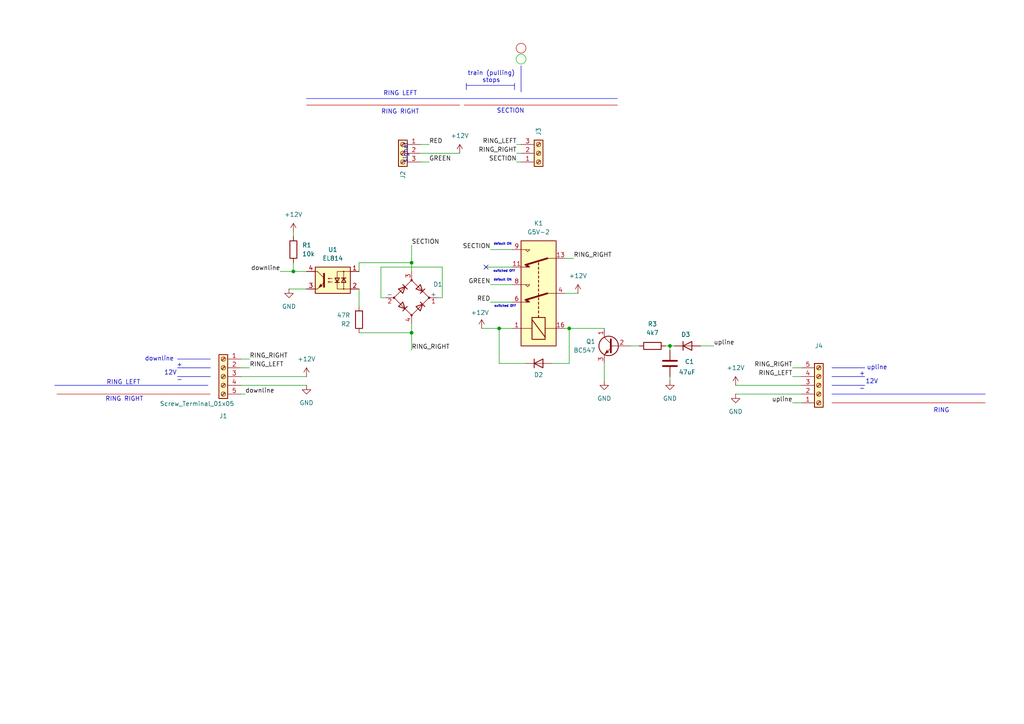
<source format=kicad_sch>
(kicad_sch (version 20231120) (generator "eeschema") (generator_version "8.0")
  (paper "A4")
  (lib_symbols
    (symbol "Connector:Screw_Terminal_01x03" (pin_names (offset 1.016) hide)
      (property "Reference" "J" (at 0 5.08 0))
      (property "Value" "Screw_Terminal_01x03" (at 0 -5.08 0))
      (symbol "Screw_Terminal_01x03_1_1"
        (rectangle (start -1.27 3.81) (end 1.27 -3.81) (stroke (width 0.254)) (fill (type background)))
        (circle (center 0 -2.54) (radius 0.635) (stroke (width 0.1524)))
        (polyline (pts (xy -0.5334 -2.2098) (xy 0.3302 -3.048)) (stroke (width 0.1524)))
        (polyline (pts (xy -0.5334 0.3302) (xy 0.3302 -0.508)) (stroke (width 0.1524)))
        (polyline (pts (xy -0.5334 2.8702) (xy 0.3302 2.032)) (stroke (width 0.1524)))
        (polyline (pts (xy -0.3556 -2.032) (xy 0.508 -2.8702)) (stroke (width 0.1524)))
        (polyline (pts (xy -0.3556 0.508) (xy 0.508 -0.3302)) (stroke (width 0.1524)))
        (polyline (pts (xy -0.3556 3.048) (xy 0.508 2.2098)) (stroke (width 0.1524)))
        (circle (center 0 0) (radius 0.635) (stroke (width 0.1524)))
        (circle (center 0 2.54) (radius 0.635) (stroke (width 0.1524)))
        (pin passive line (at -5.08 2.54 0) (length 3.81) (name "Pin_1") (number "1"))
        (pin passive line (at -5.08 0 0) (length 3.81) (name "Pin_2") (number "2"))
        (pin passive line (at -5.08 -2.54 0) (length 3.81) (name "Pin_3") (number "3"))
      )
    )
    (symbol "Connector:Screw_Terminal_01x05" (pin_names (offset 1.016) hide)
      (property "Reference" "J" (at 0 7.62 0))
      (property "Value" "Screw_Terminal_01x05" (at 0 -7.62 0))
      (symbol "Screw_Terminal_01x05_1_1"
        (rectangle (start -1.27 6.35) (end 1.27 -6.35) (stroke (width 0.254)) (fill (type background)))
        (circle (center 0 -5.08) (radius 0.635) (stroke (width 0.1524)))
        (circle (center 0 -2.54) (radius 0.635) (stroke (width 0.1524)))
        (polyline (pts (xy -0.5334 -4.7498) (xy 0.3302 -5.588)) (stroke (width 0.1524)))
        (polyline (pts (xy -0.5334 -2.2098) (xy 0.3302 -3.048)) (stroke (width 0.1524)))
        (polyline (pts (xy -0.5334 0.3302) (xy 0.3302 -0.508)) (stroke (width 0.1524)))
        (polyline (pts (xy -0.5334 2.8702) (xy 0.3302 2.032)) (stroke (width 0.1524)))
        (polyline (pts (xy -0.5334 5.4102) (xy 0.3302 4.572)) (stroke (width 0.1524)))
        (polyline (pts (xy -0.3556 -4.572) (xy 0.508 -5.4102)) (stroke (width 0.1524)))
        (polyline (pts (xy -0.3556 -2.032) (xy 0.508 -2.8702)) (stroke (width 0.1524)))
        (polyline (pts (xy -0.3556 0.508) (xy 0.508 -0.3302)) (stroke (width 0.1524)))
        (polyline (pts (xy -0.3556 3.048) (xy 0.508 2.2098)) (stroke (width 0.1524)))
        (polyline (pts (xy -0.3556 5.588) (xy 0.508 4.7498)) (stroke (width 0.1524)))
        (circle (center 0 0) (radius 0.635) (stroke (width 0.1524)))
        (circle (center 0 2.54) (radius 0.635) (stroke (width 0.1524)))
        (circle (center 0 5.08) (radius 0.635) (stroke (width 0.1524)))
        (pin passive line (at -5.08 5.08 0) (length 3.81) (name "Pin_1") (number "1"))
        (pin passive line (at -5.08 2.54 0) (length 3.81) (name "Pin_2") (number "2"))
        (pin passive line (at -5.08 0 0) (length 3.81) (name "Pin_3") (number "3"))
        (pin passive line (at -5.08 -2.54 0) (length 3.81) (name "Pin_4") (number "4"))
        (pin passive line (at -5.08 -5.08 0) (length 3.81) (name "Pin_5") (number "5"))
      )
    )
    (symbol "Device:C" (pin_numbers hide) (pin_names (offset 0.254))
      (property "Reference" "C" (at 0.635 2.54 0))
      (property "Value" "C" (at 0.635 -2.54 0))
      (symbol "C_0_1"
        (polyline (pts (xy -2.032 -0.762) (xy 2.032 -0.762)) (stroke (width 0.508)))
        (polyline (pts (xy -2.032 0.762) (xy 2.032 0.762)) (stroke (width 0.508)))
      )
      (symbol "C_1_1"
        (pin passive line (at 0 3.81 270) (length 2.794) (name "~") (number "1"))
        (pin passive line (at 0 -3.81 90) (length 2.794) (name "~") (number "2"))
      )
    )
    (symbol "Device:D" (pin_numbers hide) (pin_names (offset 1.016) hide)
      (property "Reference" "D" (at 0 2.54 0))
      (property "Value" "D" (at 0 -2.54 0))
      (symbol "D_0_1"
        (polyline (pts (xy -1.27 1.27) (xy -1.27 -1.27)) (stroke (width 0.254)))
        (polyline (pts (xy 1.27 0) (xy -1.27 0)))
        (polyline (pts (xy 1.27 1.27) (xy 1.27 -1.27) (xy -1.27 0) (xy 1.27 1.27)) (stroke (width 0.254)))
      )
      (symbol "D_1_1"
        (pin passive line (at -3.81 0 0) (length 2.54) (name "K") (number "1"))
        (pin passive line (at 3.81 0 180) (length 2.54) (name "A") (number "2"))
      )
    )
    (symbol "Device:D_Bridge_+-AA" (pin_names (offset 0))
      (property "Reference" "D" (at 2.54 6.985 0))
      (property "Value" "D_Bridge_+-AA" (at 2.54 5.08 0))
      (symbol "D_Bridge_+-AA_0_1"
        (circle (center -5.08 0) (radius 0.254) (fill (type outline)))
        (circle (center 0 -5.08) (radius 0.254) (fill (type outline)))
        (polyline (pts (xy -2.54 3.81) (xy -1.27 2.54)) (stroke (width 0.254)))
        (polyline (pts (xy -1.27 -2.54) (xy -2.54 -3.81)) (stroke (width 0.254)))
        (polyline (pts (xy 2.54 -1.27) (xy 3.81 -2.54)) (stroke (width 0.254)))
        (polyline (pts (xy 2.54 1.27) (xy 3.81 2.54)) (stroke (width 0.254)))
        (polyline (pts (xy -3.81 2.54) (xy -2.54 1.27) (xy -1.905 3.175) (xy -3.81 2.54)) (stroke (width 0.254)))
        (polyline (pts (xy -2.54 -1.27) (xy -3.81 -2.54) (xy -1.905 -3.175) (xy -2.54 -1.27)) (stroke (width 0.254)))
        (polyline (pts (xy 1.27 2.54) (xy 2.54 3.81) (xy 3.175 1.905) (xy 1.27 2.54)) (stroke (width 0.254)))
        (polyline (pts (xy 3.175 -1.905) (xy 1.27 -2.54) (xy 2.54 -3.81) (xy 3.175 -1.905)) (stroke (width 0.254)))
        (polyline (pts (xy -5.08 0) (xy 0 -5.08) (xy 5.08 0) (xy 0 5.08) (xy -5.08 0)))
        (circle (center 0 5.08) (radius 0.254) (fill (type outline)))
        (circle (center 5.08 0) (radius 0.254) (fill (type outline)))
      )
      (symbol "D_Bridge_+-AA_1_1"
        (pin passive line (at 7.62 0 180) (length 2.54) (name "+") (number "1"))
        (pin passive line (at -7.62 0 0) (length 2.54) (name "-") (number "2"))
        (pin passive line (at 0 7.62 270) (length 2.54) (name "~") (number "3"))
        (pin passive line (at 0 -7.62 90) (length 2.54) (name "~") (number "4"))
      )
    )
    (symbol "Device:R" (pin_numbers hide) (pin_names (offset 0))
      (property "Reference" "R" (at 2.032 0 90))
      (property "Value" "R" (at 0 0 90))
      (symbol "R_0_1"
        (rectangle (start -1.016 -2.54) (end 1.016 2.54) (stroke (width 0.254)))
      )
      (symbol "R_1_1"
        (pin passive line (at 0 3.81 270) (length 1.27) (name "~") (number "1"))
        (pin passive line (at 0 -3.81 90) (length 1.27) (name "~") (number "2"))
      )
    )
    (symbol "Isolator:EL814" (pin_names (offset 1.016))
      (property "Reference" "U" (at -5.334 4.826 0))
      (property "Value" "EL814" (at 0 5.08 0))
      (symbol "EL814_0_1"
        (rectangle (start -5.08 3.81) (end 5.08 -3.81) (stroke (width 0.254)) (fill (type background)))
        (circle (center -3.175 -2.54) (radius 0.127))
        (circle (center -3.175 2.54) (radius 0.127))
        (polyline (pts (xy -3.81 0.635) (xy -2.54 0.635)) (stroke (width 0.254)))
        (polyline (pts (xy -3.175 -0.635) (xy -3.175 -2.54)))
        (polyline (pts (xy -3.175 0.635) (xy -3.175 -0.635)))
        (polyline (pts (xy -3.175 0.635) (xy -3.175 2.54)))
        (polyline (pts (xy -1.905 -0.635) (xy -0.635 -0.635)) (stroke (width 0.254)))
        (polyline (pts (xy -1.27 0.635) (xy -1.27 -0.635)))
        (polyline (pts (xy 2.54 0.635) (xy 4.445 2.54)))
        (polyline (pts (xy 4.445 -2.54) (xy 2.54 -0.635)) (fill (type outline)))
        (polyline (pts (xy 4.445 -2.54) (xy 5.08 -2.54)))
        (polyline (pts (xy 4.445 2.54) (xy 5.08 2.54)))
        (polyline (pts (xy -5.08 2.54) (xy -1.27 2.54) (xy -1.27 0.635)))
        (polyline (pts (xy -1.27 -0.635) (xy -1.27 -2.54) (xy -5.08 -2.54)))
        (polyline (pts (xy 2.54 1.905) (xy 2.54 -1.905) (xy 2.54 -1.905)) (stroke (width 0.508)))
        (polyline (pts (xy -3.175 0.635) (xy -3.81 -0.635) (xy -2.54 -0.635) (xy -3.175 0.635)) (stroke (width 0.254)))
        (polyline (pts (xy -1.27 -0.635) (xy -1.905 0.635) (xy -0.635 0.635) (xy -1.27 -0.635)) (stroke (width 0.254)))
        (polyline (pts (xy 0.127 -0.508) (xy 1.397 -0.508) (xy 1.016 -0.635) (xy 1.016 -0.381) (xy 1.397 -0.508)))
        (polyline (pts (xy 0.127 0.508) (xy 1.397 0.508) (xy 1.016 0.381) (xy 1.016 0.635) (xy 1.397 0.508)))
        (polyline (pts (xy 3.048 -1.651) (xy 3.556 -1.143) (xy 4.064 -2.159) (xy 3.048 -1.651) (xy 3.048 -1.651)) (fill (type outline)))
      )
      (symbol "EL814_1_1"
        (pin passive line (at -7.62 2.54 0) (length 2.54) (name "~") (number "1"))
        (pin passive line (at -7.62 -2.54 0) (length 2.54) (name "~") (number "2"))
        (pin passive line (at 7.62 -2.54 180) (length 2.54) (name "~") (number "3"))
        (pin passive line (at 7.62 2.54 180) (length 2.54) (name "~") (number "4"))
      )
    )
    (symbol "Relay:G5V-2"
      (property "Reference" "K" (at 16.51 3.81 0))
      (property "Value" "G5V-2" (at 16.51 1.27 0))
      (symbol "G5V-2_0_1"
        (rectangle (start -15.24 5.08) (end 15.24 -5.08) (stroke (width 0.254)) (fill (type background)))
        (rectangle (start -13.335 1.905) (end -6.985 -1.905) (stroke (width 0.254)))
        (polyline (pts (xy -12.7 -1.905) (xy -7.62 1.905)) (stroke (width 0.254)))
        (polyline (pts (xy -10.16 -5.08) (xy -10.16 -1.905)))
        (polyline (pts (xy -10.16 5.08) (xy -10.16 1.905)))
        (polyline (pts (xy -6.985 0) (xy -6.35 0)) (stroke (width 0.254)))
        (polyline (pts (xy -5.715 0) (xy -5.08 0)) (stroke (width 0.254)))
        (polyline (pts (xy -4.445 0) (xy -3.81 0)) (stroke (width 0.254)))
        (polyline (pts (xy -3.175 0) (xy -2.54 0)) (stroke (width 0.254)))
        (polyline (pts (xy -1.905 0) (xy -1.27 0)) (stroke (width 0.254)))
        (polyline (pts (xy -0.635 0) (xy 0 0)) (stroke (width 0.254)))
        (polyline (pts (xy 0 -2.54) (xy -1.905 3.81)) (stroke (width 0.508)))
        (polyline (pts (xy 0 -2.54) (xy 0 -5.08)))
        (polyline (pts (xy 0.635 0) (xy 1.27 0)) (stroke (width 0.254)))
        (polyline (pts (xy 1.905 0) (xy 2.54 0)) (stroke (width 0.254)))
        (polyline (pts (xy 3.175 0) (xy 3.81 0)) (stroke (width 0.254)))
        (polyline (pts (xy 4.445 0) (xy 5.08 0)) (stroke (width 0.254)))
        (polyline (pts (xy 5.715 0) (xy 6.35 0)) (stroke (width 0.254)))
        (polyline (pts (xy 6.985 0) (xy 7.62 0)) (stroke (width 0.254)))
        (polyline (pts (xy 8.255 0) (xy 8.89 0)) (stroke (width 0.254)))
        (polyline (pts (xy 10.16 -2.54) (xy 8.255 3.81)) (stroke (width 0.508)))
        (polyline (pts (xy 10.16 -2.54) (xy 10.16 -5.08)))
        (polyline (pts (xy -2.54 5.08) (xy -2.54 2.54) (xy -1.905 3.175) (xy -2.54 3.81)) (fill (type outline)))
        (polyline (pts (xy 2.54 5.08) (xy 2.54 2.54) (xy 1.905 3.175) (xy 2.54 3.81)))
        (polyline (pts (xy 7.62 5.08) (xy 7.62 2.54) (xy 8.255 3.175) (xy 7.62 3.81)) (fill (type outline)))
        (polyline (pts (xy 12.7 5.08) (xy 12.7 2.54) (xy 12.065 3.175) (xy 12.7 3.81)))
      )
      (symbol "G5V-2_1_1"
        (pin passive line (at -10.16 7.62 270) (length 2.54) (name "~") (number "1"))
        (pin passive line (at 7.62 7.62 270) (length 2.54) (name "~") (number "11"))
        (pin passive line (at 10.16 -7.62 90) (length 2.54) (name "~") (number "13"))
        (pin passive line (at -10.16 -7.62 90) (length 2.54) (name "~") (number "16"))
        (pin passive line (at 0 -7.62 90) (length 2.54) (name "~") (number "4"))
        (pin passive line (at -2.54 7.62 270) (length 2.54) (name "~") (number "6"))
        (pin passive line (at 2.54 7.62 270) (length 2.54) (name "~") (number "8"))
        (pin passive line (at 12.7 7.62 270) (length 2.54) (name "~") (number "9"))
      )
    )
    (symbol "Transistor_BJT:BC547" (pin_names (offset 0) hide)
      (property "Reference" "Q" (at 5.08 1.905 0))
      (property "Value" "BC547" (at 5.08 0 0))
      (symbol "BC547_0_1"
        (polyline (pts (xy 0 0) (xy 0.635 0)))
        (polyline (pts (xy 0.635 0.635) (xy 2.54 2.54)))
        (polyline (pts (xy 0.635 -0.635) (xy 2.54 -2.54) (xy 2.54 -2.54)))
        (polyline (pts (xy 0.635 1.905) (xy 0.635 -1.905) (xy 0.635 -1.905)) (stroke (width 0.508)))
        (polyline (pts (xy 1.27 -1.778) (xy 1.778 -1.27) (xy 2.286 -2.286) (xy 1.27 -1.778) (xy 1.27 -1.778)) (fill (type outline)))
        (circle (center 1.27 0) (radius 2.8194) (stroke (width 0.254)))
      )
      (symbol "BC547_1_1"
        (pin passive line (at 2.54 5.08 270) (length 2.54) (name "C") (number "1"))
        (pin input line (at -5.08 0 0) (length 5.08) (name "B") (number "2"))
        (pin passive line (at 2.54 -5.08 90) (length 2.54) (name "E") (number "3"))
      )
    )
    (symbol "power:+12V" (power) (pin_numbers hide) (pin_names (offset 0) hide)
      (property "Value" "+12V" (at 0 3.556 0))
      (symbol "+12V_0_1"
        (polyline (pts (xy -0.762 1.27) (xy 0 2.54)))
        (polyline (pts (xy 0 0) (xy 0 2.54)))
        (polyline (pts (xy 0 2.54) (xy 0.762 1.27)))
      )
      (symbol "+12V_1_1"
        (pin power_in line (at 0 0 90) (length 0) (name "~") (number "1"))
      )
    )
    (symbol "power:GND" (power) (pin_numbers hide) (pin_names (offset 0) hide)
      (property "Value" "GND" (at 0 -3.81 0))
      (symbol "GND_0_1"
        (polyline (pts (xy 0 0) (xy 0 -1.27) (xy 1.27 -1.27) (xy 0 -2.54) (xy -1.27 -1.27) (xy 0 -1.27)))
      )
      (symbol "GND_1_1"
        (pin power_in line (at 0 0 270) (length 0) (name "~") (number "1"))
      )
    )
  )
  (junction (at 165.1 95.25))
  (junction (at 144.78 95.25))
  (junction (at 194.31 100.33))
  (junction (at 119.38 96.52))
  (junction (at 85.09 78.74))
  (junction (at 119.38 76.2))
  (no_connect (at 140.97 77.47))
  (wire (pts (xy 104.14 88.9) (xy 104.14 83.82)))
  (wire (pts (xy 110.49 86.36) (xy 110.49 77.47)))
  (polyline (pts (xy 241.3 111.76) (xy 250.825 111.76)))
  (wire (pts (xy 128.27 77.47) (xy 110.49 77.47)))
  (wire (pts (xy 121.92 44.45) (xy 133.35 44.45)))
  (polyline (pts (xy 241.3 116.84) (xy 285.75 116.84)) (stroke (width 0) (color 194 0 0 1)))
  (polyline (pts (xy 134.62 30.48) (xy 179.07 30.48)) (stroke (width 0) (color 194 0 0 1)))
  (wire (pts (xy 128.27 77.47) (xy 128.27 86.36)))
  (polyline (pts (xy 241.3 109.22) (xy 250.825 109.22)))
  (polyline (pts (xy 241.3 106.68) (xy 250.825 106.68)))
  (wire (pts (xy 229.87 106.68) (xy 232.41 106.68)))
  (wire (pts (xy 85.09 76.2) (xy 85.09 78.74)))
  (wire (pts (xy 69.85 104.14) (xy 72.39 104.14)))
  (wire (pts (xy 119.38 96.52) (xy 119.38 101.6)))
  (wire (pts (xy 149.86 46.99) (xy 151.13 46.99)))
  (wire (pts (xy 88.9 109.22) (xy 69.85 109.22)))
  (polyline (pts (xy 135.255 24.765) (xy 149.225 24.765)))
  (wire (pts (xy 165.1 95.25) (xy 165.1 105.41)))
  (wire (pts (xy 140.97 77.47) (xy 148.59 77.47)))
  (wire (pts (xy 119.38 76.2) (xy 104.14 76.2)))
  (polyline (pts (xy 61.0004 106.68) (xy 51.4754 106.68)))
  (wire (pts (xy 69.85 114.3) (xy 71.12 114.3)))
  (wire (pts (xy 160.02 105.41) (xy 165.1 105.41)))
  (wire (pts (xy 104.14 96.52) (xy 119.38 96.52)))
  (wire (pts (xy 83.82 83.82) (xy 88.9 83.82)))
  (wire (pts (xy 213.36 114.3) (xy 232.41 114.3)))
  (wire (pts (xy 119.38 96.52) (xy 119.38 93.98)))
  (wire (pts (xy 149.86 44.45) (xy 151.13 44.45)))
  (wire (pts (xy 229.87 109.22) (xy 232.41 109.22)))
  (polyline (pts (xy 15.875 111.76) (xy 60.325 111.76)) (stroke (width 0) (color 0 0 255 1)))
  (wire (pts (xy 69.85 106.68) (xy 72.39 106.68)))
  (wire (pts (xy 182.88 100.33) (xy 185.42 100.33)))
  (wire (pts (xy 144.78 105.41) (xy 144.78 95.25)))
  (wire (pts (xy 128.27 86.36) (xy 127 86.36)))
  (wire (pts (xy 175.26 105.41) (xy 175.26 110.49)))
  (wire (pts (xy 85.09 78.74) (xy 88.9 78.74)))
  (wire (pts (xy 139.7 95.25) (xy 144.78 95.25)))
  (wire (pts (xy 142.24 72.39) (xy 148.59 72.39)))
  (polyline (pts (xy 151.13 19.05) (xy 151.13 26.67)))
  (wire (pts (xy 163.83 95.25) (xy 165.1 95.25)))
  (polyline (pts (xy 61.0004 104.14) (xy 51.4754 104.14)))
  (wire (pts (xy 88.9 111.76) (xy 69.85 111.76)))
  (wire (pts (xy 213.36 111.76) (xy 232.41 111.76)))
  (wire (pts (xy 111.76 86.36) (xy 110.49 86.36)))
  (wire (pts (xy 144.78 95.25) (xy 148.59 95.25)))
  (polyline (pts (xy 88.9 30.48) (xy 133.35 30.48)) (stroke (width 0) (color 194 0 0 1)))
  (wire (pts (xy 142.24 87.63) (xy 148.59 87.63)))
  (wire (pts (xy 142.24 82.55) (xy 148.59 82.55)))
  (wire (pts (xy 119.38 78.74) (xy 119.38 76.2)))
  (wire (pts (xy 121.92 46.99) (xy 124.46 46.99)))
  (wire (pts (xy 81.28 78.74) (xy 85.09 78.74)))
  (wire (pts (xy 194.31 100.33) (xy 195.58 100.33)))
  (wire (pts (xy 104.14 76.2) (xy 104.14 78.74)))
  (polyline (pts (xy 61.0004 109.22) (xy 51.4754 109.22)))
  (wire (pts (xy 193.04 100.33) (xy 194.31 100.33)))
  (wire (pts (xy 152.4 105.41) (xy 144.78 105.41)))
  (polyline (pts (xy 135.255 24.13) (xy 135.255 26.035)))
  (wire (pts (xy 163.83 85.09) (xy 167.64 85.09)))
  (wire (pts (xy 229.87 116.84) (xy 232.41 116.84)))
  (polyline (pts (xy 149.225 24.13) (xy 149.225 26.035)))
  (wire (pts (xy 149.86 41.91) (xy 151.13 41.91)))
  (wire (pts (xy 119.38 71.12) (xy 119.38 76.2)))
  (wire (pts (xy 163.83 74.93) (xy 166.37 74.93)))
  (polyline (pts (xy 88.9 28.575) (xy 179.07 28.575)) (stroke (width 0) (color 0 0 255 1)))
  (wire (pts (xy 85.09 67.31) (xy 85.09 68.58)))
  (wire (pts (xy 121.92 41.91) (xy 124.46 41.91)))
  (polyline (pts (xy 241.3 114.3) (xy 285.75 114.3)) (stroke (width 0) (color 0 0 255 1)))
  (wire (pts (xy 194.31 110.49) (xy 194.31 109.22)))
  (polyline (pts (xy 16.51 114.3) (xy 60.96 114.3)) (stroke (width 0) (color 194 0 0 1)))
  (wire (pts (xy 194.31 100.33) (xy 194.31 101.6)))
  (wire (pts (xy 165.1 95.25) (xy 175.26 95.25)))
  (wire (pts (xy 203.2 100.33) (xy 207.01 100.33)))
  (circle (center 151.13 17.145) (radius 1.4199) (stroke (width 0) (color 0 194 0 1)))
  (circle (center 151.13 13.97) (radius 1.4199) (stroke (width 0) (color 194 0 0 1)))
  (text "downline" (at 46.228 104.14 0) (effects (font (size 1.27 1.27))))
  (text "12V" (at 252.857 110.744 0) (effects (font (size 1.27 1.27))))
  (text "RING" (at 273.05 119.126 0) (effects (font (size 1.27 1.27))))
  (text "-" (at 250.063 112.776 0) (effects (font (size 1.27 1.27))))
  (text "upline" (at 254.381 106.68 0) (effects (font (size 1.27 1.27))))
  (text "train (pulling)\nstops" (at 142.494 22.352 0) (effects (font (size 1.27 1.27))))
  (text "RING RIGHT" (at 116.078 32.512 0) (effects (font (size 1.27 1.27))))
  (text "+\n" (at 52.07 105.918 0) (effects (font (size 1.27 1.27))))
  (text "default ON\n" (at 145.796 81.28 0) (effects (font (size 0.635 0.635))))
  (text "switched OFF" (at 146.558 88.9 0) (effects (font (size 0.635 0.635))))
  (text "12V" (at 49.4434 108.204 0) (effects (font (size 1.27 1.27))))
  (text "SECTION" (at 148.082 32.258 0) (effects (font (size 1.27 1.27))))
  (text "RING LEFT" (at 35.814 110.998 0) (effects (font (size 1.27 1.27))))
  (text "signal" (at 117.602 44.45 90) (effects (font (size 1.27 1.27))))
  (text "-" (at 52.07 110.236 0) (effects (font (size 1.27 1.27))))
  (text "RING LEFT" (at 116.078 27.178 0) (effects (font (size 1.27 1.27))))
  (text "+\n" (at 250.063 108.458 0) (effects (font (size 1.27 1.27))))
  (text "RING RIGHT" (at 36.068 115.824 0) (effects (font (size 1.27 1.27))))
  (text "default ON\n" (at 145.796 70.866 0) (effects (font (size 0.635 0.635))))
  (text "switched OFF" (at 146.304 78.74 0) (effects (font (size 0.635 0.635))))
  (label "GREEN" (at 142.24 82.55 180))
  (label "RING_RIGHT" (at 119.38 101.6 0))
  (label "RING_RIGHT" (at 229.87 106.68 180))
  (label "RED" (at 142.24 87.63 180))
  (label "RING_RIGHT" (at 149.86 44.45 180))
  (label "SECTION" (at 149.86 46.99 180))
  (label "SECTION" (at 119.38 71.12 0))
  (label "RED" (at 124.46 41.91 0))
  (label "RING_RIGHT" (at 72.39 104.14 0))
  (label "RING_RIGHT" (at 166.37 74.93 0))
  (label "GREEN" (at 124.46 46.99 0))
  (label "downline" (at 81.28 78.74 180))
  (label "RING_LEFT" (at 149.86 41.91 180))
  (label "upline" (at 207.01 100.33 0))
  (label "upline" (at 229.87 116.84 180))
  (label "RING_LEFT" (at 229.87 109.22 180))
  (label "downline" (at 71.12 114.3 0))
  (label "RING_LEFT" (at 72.39 106.68 0))
  (label "SECTION" (at 142.24 72.39 180))
  (symbol (lib_id "Transistor_BJT:BC547") (at 177.8 100.33 0) (mirror y) (unit 1)
    (property "Reference" "Q1" (at 172.72 99.0599 0) (effects (justify left)))
    (property "Value" "BC547" (at 172.72 101.5999 0) (effects (justify left)))
    (property "Footprint" "Package_TO_SOT_THT:TO-92_Inline_Wide" (effects (hide yes)))
    (property "Datasheet" "https://www.onsemi.com/pub/Collateral/BC550-D.pdf" (effects (hide yes)))
    (property "Description" "0.1A Ic, 45V Vce, Small Signal NPN Transistor, TO-92" (effects (hide yes)))
  )
  (symbol (lib_id "power:+12V") (at 167.64 85.09 0) (unit 1)
    (property "Reference" "#PWR07" (effects (hide yes)))
    (property "Value" "+12V" (at 167.64 80.01 0))
    (property "Description" "Power symbol creates a global label with name \"+12V\"" (effects (hide yes)))
  )
  (symbol (lib_id "Device:D") (at 199.39 100.33 0) (unit 1)
    (property "Reference" "D3" (at 198.882 97.028 0))
    (property "Value" "D" (effects (hide yes)))
    (property "Footprint" "Diode_THT:D_DO-34_SOD68_P7.62mm_Horizontal" (effects (hide yes)))
    (property "Description" "Diode" (effects (hide yes)))
    (property "Sim.Device" "D" (effects (hide yes)))
    (property "Sim.Pins" "1=K 2=A" (effects (hide yes)))
  )
  (symbol (lib_id "Device:D_Bridge_+-AA") (at 119.38 86.36 0) (unit 1)
    (property "Reference" "D1" (at 127 82.4798 0))
    (property "Value" "D_Bridge_+-AA" (effects (hide yes)))
    (property "Footprint" "Diode_THT:Diode_Bridge_Round_D9.0mm" (effects (hide yes)))
    (property "Description" "Diode bridge, +ve/-ve/AC/AC" (effects (hide yes)))
  )
  (symbol (lib_id "power:GND") (at 175.26 110.49 0) (unit 1)
    (property "Reference" "#PWR08" (effects (hide yes)))
    (property "Value" "GND" (at 175.26 115.57 0))
    (property "Description" "Power symbol creates a global label with name \"GND\" , ground" (effects (hide yes)))
  )
  (symbol (lib_id "power:+12V") (at 85.09 67.31 0) (unit 1)
    (property "Reference" "#PWR02" (effects (hide yes)))
    (property "Value" "+12V" (at 85.09 62.23 0))
    (property "Description" "Power symbol creates a global label with name \"+12V\"" (effects (hide yes)))
  )
  (symbol (lib_id "power:+12V") (at 88.9 109.22 0) (unit 1)
    (property "Reference" "#PWR03" (effects (hide yes)))
    (property "Value" "+12V" (at 88.9 104.14 0))
    (property "Description" "Power symbol creates a global label with name \"+12V\"" (effects (hide yes)))
  )
  (symbol (lib_id "Connector:Screw_Terminal_01x03") (at 156.21 44.45 0) (mirror x) (unit 1)
    (property "Reference" "J3" (at 156.2101 39.37 90) (effects (justify right)))
    (property "Value" "Screw_Terminal_01x03" (effects (hide yes)))
    (property "Footprint" "Connector_Phoenix_MC:PhoenixContact_MC_1,5_3-G-3.5_1x03_P3.50mm_Horizontal" (effects (hide yes)))
    (property "Description" "Generic screw terminal, single row, 01x03, script generated (kicad-library-utils/schlib/autogen/connector/)" (effects (hide yes)))
  )
  (symbol (lib_id "Connector:Screw_Terminal_01x05") (at 237.49 111.76 0) (mirror x) (unit 1)
    (property "Reference" "J4" (at 237.49 100.33 0))
    (property "Value" "Screw_Terminal_01x05" (effects (hide yes)))
    (property "Footprint" "Connector_Phoenix_MC:PhoenixContact_MC_1,5_5-G-3.5_1x05_P3.50mm_Horizontal" (effects (hide yes)))
    (property "Description" "Generic screw terminal, single row, 01x05, script generated (kicad-library-utils/schlib/autogen/connector/)" (effects (hide yes)))
  )
  (symbol (lib_id "power:GND") (at 83.82 83.82 0) (unit 1)
    (property "Reference" "#PWR01" (effects (hide yes)))
    (property "Value" "GND" (at 83.82 88.9 0))
    (property "Description" "Power symbol creates a global label with name \"GND\" , ground" (effects (hide yes)))
  )
  (symbol (lib_id "power:GND") (at 213.36 114.3 0) (mirror y) (unit 1)
    (property "Reference" "#PWR011" (effects (hide yes)))
    (property "Value" "GND" (at 213.36 119.38 0))
    (property "Description" "Power symbol creates a global label with name \"GND\" , ground" (effects (hide yes)))
  )
  (symbol (lib_id "Device:R") (at 189.23 100.33 90) (unit 1)
    (property "Reference" "R3" (at 189.23 93.98 90))
    (property "Value" "4k7" (at 189.23 96.52 90))
    (property "Footprint" "Resistor_THT:R_Axial_DIN0204_L3.6mm_D1.6mm_P7.62mm_Horizontal" (effects (hide yes)))
    (property "Description" "Resistor" (effects (hide yes)))
  )
  (symbol (lib_id "power:+12V") (at 213.36 111.76 0) (mirror y) (unit 1)
    (property "Reference" "#PWR010" (effects (hide yes)))
    (property "Value" "+12V" (at 213.36 106.68 0))
    (property "Description" "Power symbol creates a global label with name \"+12V\"" (effects (hide yes)))
  )
  (symbol (lib_id "Device:R") (at 104.14 92.71 180) (unit 1)
    (property "Reference" "R2" (at 101.6 93.9801 0) (effects (justify left)))
    (property "Value" "47R" (at 101.6 91.4401 0) (effects (justify left)))
    (property "Footprint" "Resistor_THT:R_Axial_DIN0204_L3.6mm_D1.6mm_P7.62mm_Horizontal" (effects (hide yes)))
    (property "Description" "Resistor" (effects (hide yes)))
  )
  (symbol (lib_id "Isolator:EL814") (at 96.52 81.28 0) (mirror y) (unit 1)
    (property "Reference" "U1" (at 96.52 72.39 0))
    (property "Value" "EL814" (at 96.52 74.93 0))
    (property "Footprint" "Package_DIP:DIP-4_W7.62mm" (effects (hide yes)))
    (property "Datasheet" "http://www.everlight.com/file/ProductFile/EL814.pdf" (effects (hide yes)))
    (property "Description" "AC/DC NPN Optocoupler, DIP4/SMD4" (effects (hide yes)))
  )
  (symbol (lib_id "power:GND") (at 194.31 110.49 0) (unit 1)
    (property "Reference" "#PWR09" (effects (hide yes)))
    (property "Value" "GND" (at 194.31 115.57 0))
    (property "Description" "Power symbol creates a global label with name \"GND\" , ground" (effects (hide yes)))
  )
  (symbol (lib_id "Device:D") (at 156.21 105.41 0) (unit 1)
    (property "Reference" "D2" (at 156.21 108.712 0))
    (property "Value" "D" (effects (hide yes)))
    (property "Footprint" "Diode_THT:D_DO-34_SOD68_P7.62mm_Horizontal" (effects (hide yes)))
    (property "Description" "Diode" (effects (hide yes)))
    (property "Sim.Device" "D" (effects (hide yes)))
    (property "Sim.Pins" "1=K 2=A" (effects (hide yes)))
  )
  (symbol (lib_id "power:GND") (at 88.9 111.76 0) (unit 1)
    (property "Reference" "#PWR04" (effects (hide yes)))
    (property "Value" "GND" (at 88.9 116.84 0))
    (property "Description" "Power symbol creates a global label with name \"GND\" , ground" (effects (hide yes)))
  )
  (symbol (lib_id "Device:R") (at 85.09 72.39 0) (unit 1)
    (property "Reference" "R1" (at 87.63 71.1199 0) (effects (justify left)))
    (property "Value" "10k" (at 87.63 73.6599 0) (effects (justify left)))
    (property "Footprint" "Resistor_THT:R_Axial_DIN0204_L3.6mm_D1.6mm_P7.62mm_Horizontal" (effects (hide yes)))
    (property "Description" "Resistor" (effects (hide yes)))
  )
  (symbol (lib_id "power:+12V") (at 139.7 95.25 0) (unit 1)
    (property "Reference" "#PWR06" (effects (hide yes)))
    (property "Value" "+12V" (at 139.192 90.678 0))
    (property "Description" "Power symbol creates a global label with name \"+12V\"" (effects (hide yes)))
  )
  (symbol (lib_id "Connector:Screw_Terminal_01x05") (at 64.77 109.22 0) (mirror y) (unit 1)
    (property "Reference" "J1" (at 64.77 120.65 0))
    (property "Value" "Screw_Terminal_01x05" (at 57.15 117.094 0))
    (property "Footprint" "Connector_Phoenix_MC:PhoenixContact_MC_1,5_5-G-3.5_1x05_P3.50mm_Horizontal" (effects (hide yes)))
    (property "Description" "Generic screw terminal, single row, 01x05, script generated (kicad-library-utils/schlib/autogen/connector/)" (effects (hide yes)))
  )
  (symbol (lib_id "Device:C") (at 194.31 105.41 0) (unit 1)
    (property "Reference" "C1" (at 198.628 104.902 0) (effects (justify left)))
    (property "Value" "47uF" (at 196.85 107.95 0) (effects (justify left)))
    (property "Footprint" "Capacitor_THT:C_Disc_D3.0mm_W2.0mm_P2.50mm" (effects (hide yes)))
    (property "Description" "Unpolarized capacitor" (effects (hide yes)))
  )
  (symbol (lib_id "power:+12V") (at 133.35 44.45 0) (unit 1)
    (property "Reference" "#PWR05" (effects (hide yes)))
    (property "Value" "+12V" (at 133.35 39.37 0))
    (property "Description" "Power symbol creates a global label with name \"+12V\"" (effects (hide yes)))
  )
  (symbol (lib_id "Relay:G5V-2") (at 156.21 85.09 90) (unit 1)
    (property "Reference" "K1" (at 156.21 64.77 90))
    (property "Value" "G5V-2" (at 156.21 67.31 90))
    (property "Footprint" "Relay_THT:Relay_DPDT_Omron_G5V-2" (effects (hide yes)))
    (property "Datasheet" "http://omronfs.omron.com/en_US/ecb/products/pdf/en-g5v_2.pdf" (effects (hide yes)))
    (property "Description" "Relay Miniature Omron DPDT" (effects (hide yes)))
  )
  (symbol (lib_id "Connector:Screw_Terminal_01x03") (at 116.84 44.45 0) (mirror y) (unit 1)
    (property "Reference" "J2" (at 116.8399 49.53 90) (effects (justify right)))
    (property "Value" "Screw_Terminal_01x03" (effects (hide yes)))
    (property "Footprint" "Connector_Phoenix_MC:PhoenixContact_MC_1,5_3-G-3.5_1x03_P3.50mm_Horizontal" (effects (hide yes)))
    (property "Description" "Generic screw terminal, single row, 01x03, script generated (kicad-library-utils/schlib/autogen/connector/)" (effects (hide yes)))
  )
)
</source>
